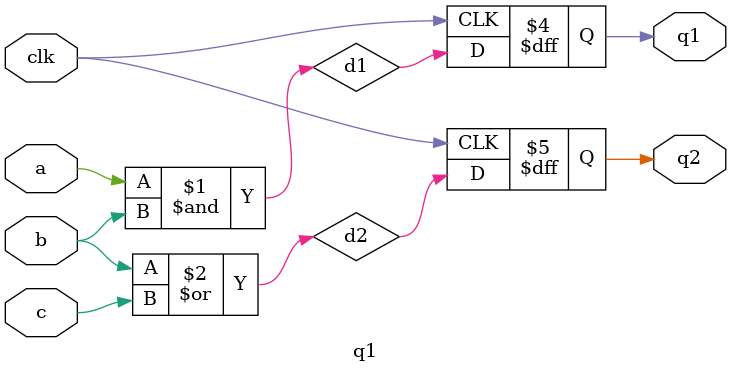
<source format=v>
module q1 (
    input  wire a,
    input  wire b,
    input  wire c,
    input  wire clk,
    output reg  q1,
    output reg  q2
);

wire d1 = a & b;
wire d2 = b | c;

always @(posedge clk) begin
    q1 <= d1;
    q2 <= d2;
end

endmodule

</source>
